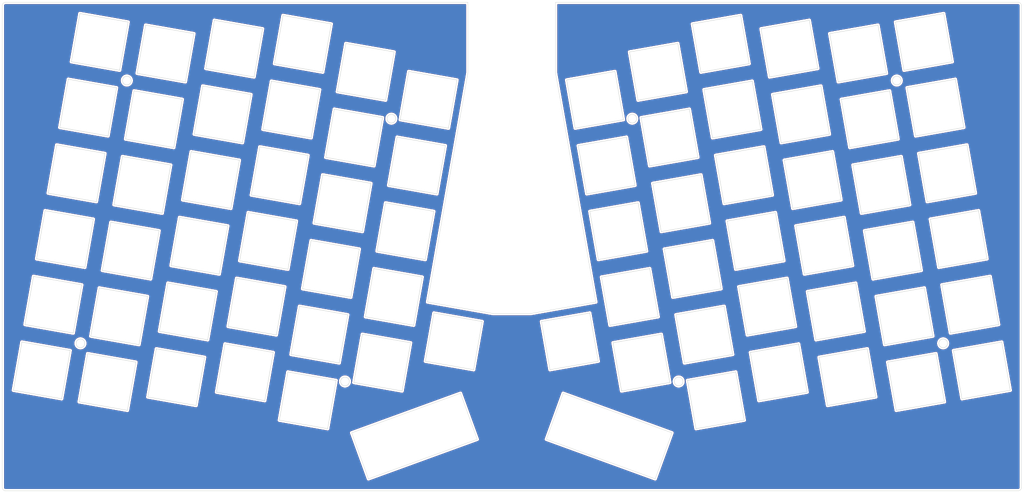
<source format=kicad_pcb>
(kicad_pcb (version 20211014) (generator pcbnew)
  (layers (0 "F.Cu" signal) (31 "B.Cu" signal) (34 "B.Paste" user) (35 "F.Paste" user) (36 "B.SilkS" user "B.Silkscreen") (37 "F.SilkS" user "F.Silkscreen") (38 "B.Mask" user) (39 "F.Mask" user) (44 "Edge.Cuts" user))
  (net 0 "")
  (footprint "Custom:SW_Hole" (layer "F.Cu") (at 84.149248 154.185634 -10)
    (fp_text reference "SW2" hide)
    (fp_text value "KEY_SWITCH" hide)
    (fp_line (start -7 7) (end 7 7) (layer "Edge.Cuts") (width 0.12))
    (fp_line (start 7 -7) (end -7 -7) (layer "Edge.Cuts") (width 0.12))
    (fp_line (start -7 -7) (end -7 7) (layer "Edge.Cuts") (width 0.12))
    (fp_line (start 7 7) (end 7 -7) (layer "Edge.Cuts") (width 0.12))
  )
  (footprint "Custom:SW_Hole" (layer "F.Cu") (at 201.674772 145.892739 -10)
    (fp_text reference "SW2" hide)
    (fp_text value "KEY_SWITCH" hide)
    (fp_line (start 7 -7) (end -7 -7) (layer "Edge.Cuts") (width 0.12))
    (fp_line (start 7 7) (end 7 -7) (layer "Edge.Cuts") (width 0.12))
    (fp_line (start -7 7) (end 7 7) (layer "Edge.Cuts") (width 0.12))
    (fp_line (start -7 -7) (end -7 7) (layer "Edge.Cuts") (width 0.12))
  )
  (footprint "Custom:M2 hole" (layer "F.Cu") (at 95.183542 146.459339)
    (fp_text reference "REF**" hide)
    (fp_text value "M2 hole")
    (fp_circle (center 0 0) (end 1.25 0) (layer "Edge.Cuts") (width 0.12) (fill none))
  )
  (footprint "Custom:SW_Hole" (layer "F.Cu") (at 152.009003 98.447571 -10)
    (fp_text reference "SW2" hide)
    (fp_text value "KEY_SWITCH" hide)
    (fp_line (start -7 7) (end 7 7) (layer "Edge.Cuts") (width 0.12))
    (fp_line (start 7 -7) (end -7 -7) (layer "Edge.Cuts") (width 0.12))
    (fp_line (start 7 7) (end 7 -7) (layer "Edge.Cuts") (width 0.12))
    (fp_line (start -7 -7) (end -7 7) (layer "Edge.Cuts") (width 0.12))
  )
  (footprint "Custom:SW_Hole" (layer "F.Cu") (at 320.319097 82.451281 10)
    (fp_text reference "SW2" hide)
    (fp_text value "KEY_SWITCH" hide)
    (fp_line (start 7 -7) (end -7 -7) (layer "Edge.Cuts") (width 0.12))
    (fp_line (start 7 7) (end 7 -7) (layer "Edge.Cuts") (width 0.12))
    (fp_line (start -7 7) (end 7 7) (layer "Edge.Cuts") (width 0.12))
    (fp_line (start -7 -7) (end -7 7) (layer "Edge.Cuts") (width 0.12))
  )
  (footprint "Custom:SW_Hole" (layer "F.Cu") (at 148.701006 117.208158 -10)
    (fp_text reference "SW2" hide)
    (fp_text value "KEY_SWITCH" hide)
    (fp_line (start 7 -7) (end -7 -7) (layer "Edge.Cuts") (width 0.12))
    (fp_line (start 7 7) (end 7 -7) (layer "Edge.Cuts") (width 0.12))
    (fp_line (start -7 -7) (end -7 7) (layer "Edge.Cuts") (width 0.12))
    (fp_line (start -7 7) (end 7 7) (layer "Edge.Cuts") (width 0.12))
  )
  (footprint "Custom:M2 hole" (layer "F.Cu") (at 170.639391 157.346257)
    (fp_text reference "REF**" hide)
    (fp_text value "M2 hole")
    (fp_circle (center 0 0) (end 1.25 0) (layer "Edge.Cuts") (width 0.12) (fill none))
  )
  (footprint "Custom:SW_Hole" (layer "F.Cu") (at 169.942592 106.445716 -10)
    (fp_text reference "SW2" hide)
    (fp_text value "KEY_SWITCH" hide)
    (fp_line (start -7 7) (end 7 7) (layer "Edge.Cuts") (width 0.12))
    (fp_line (start 7 -7) (end -7 -7) (layer "Edge.Cuts") (width 0.12))
    (fp_line (start -7 -7) (end -7 7) (layer "Edge.Cuts") (width 0.12))
    (fp_line (start 7 7) (end 7 -7) (layer "Edge.Cuts") (width 0.12))
  )
  (footprint "Custom:SW_Hole" (layer "F.Cu") (at 122.497424 156.111483 -10)
    (fp_text reference "SW2" hide)
    (fp_text value "KEY_SWITCH" hide)
    (fp_line (start -7 -7) (end -7 7) (layer "Edge.Cuts") (width 0.12))
    (fp_line (start -7 7) (end 7 7) (layer "Edge.Cuts") (width 0.12))
    (fp_line (start 7 7) (end 7 -7) (layer "Edge.Cuts") (width 0.12))
    (fp_line (start 7 -7) (end -7 -7) (layer "Edge.Cuts") (width 0.12))
  )
  (footprint "Custom:SW_Hole" (layer "F.Cu") (at 102.909837 157.493632 -10)
    (fp_text reference "SW2" hide)
    (fp_text value "KEY_SWITCH" hide)
    (fp_line (start 7 7) (end 7 -7) (layer "Edge.Cuts") (width 0.12))
    (fp_line (start 7 -7) (end -7 -7) (layer "Edge.Cuts") (width 0.12))
    (fp_line (start -7 -7) (end -7 7) (layer "Edge.Cuts") (width 0.12))
    (fp_line (start -7 7) (end 7 7) (layer "Edge.Cuts") (width 0.12))
  )
  (footprint "Custom:SW_Hole" (layer "F.Cu") (at 145.393009 135.968746 -10)
    (fp_text reference "SW2" hide)
    (fp_text value "KEY_SWITCH" hide)
    (fp_line (start -7 -7) (end -7 7) (layer "Edge.Cuts") (width 0.12))
    (fp_line (start 7 -7) (end -7 -7) (layer "Edge.Cuts") (width 0.12))
    (fp_line (start 7 7) (end 7 -7) (layer "Edge.Cuts") (width 0.12))
    (fp_line (start -7 7) (end 7 7) (layer "Edge.Cuts") (width 0.12))
  )
  (footprint "Custom:SW_Hole" (layer "F.Cu") (at 330.243092 138.733044 10)
    (fp_text reference "SW2" hide)
    (fp_text value "KEY_SWITCH" hide)
    (fp_line (start 7 7) (end 7 -7) (layer "Edge.Cuts") (width 0.12))
    (fp_line (start 7 -7) (end -7 -7) (layer "Edge.Cuts") (width 0.12))
    (fp_line (start -7 -7) (end -7 7) (layer "Edge.Cuts") (width 0.12))
    (fp_line (start -7 7) (end 7 7) (layer "Edge.Cuts") (width 0.12))
  )
  (footprint "Custom:M2 hole" (layer "F.Cu") (at 265.821534 157.346258)
    (fp_text reference "REF**" hide)
    (fp_text value "M2 hole")
    (fp_circle (center 0 0) (end 1.25 0) (layer "Edge.Cuts") (width 0.12) (fill none))
  )
  (footprint "Custom:SW_Hole" (layer "F.Cu") (at 155.317001 79.686983 -10)
    (fp_text reference "SW2" hide)
    (fp_text value "KEY_SWITCH" hide)
    (fp_line (start -7 7) (end 7 7) (layer "Edge.Cuts") (width 0.12))
    (fp_line (start -7 -7) (end -7 7) (layer "Edge.Cuts") (width 0.12))
    (fp_line (start 7 -7) (end -7 -7) (layer "Edge.Cuts") (width 0.12))
    (fp_line (start 7 7) (end 7 -7) (layer "Edge.Cuts") (width 0.12))
  )
  (footprint "Custom:SW_Hole" (layer "F.Cu") (at 173.25059 87.685127 -10)
    (fp_text reference "SW2" hide)
    (fp_text value "KEY_SWITCH" hide)
    (fp_line (start -7 7) (end 7 7) (layer "Edge.Cuts") (width 0.12))
    (fp_line (start -7 -7) (end -7 7) (layer "Edge.Cuts") (width 0.12))
    (fp_line (start 7 7) (end 7 -7) (layer "Edge.Cuts") (width 0.12))
    (fp_line (start 7 -7) (end -7 -7) (layer "Edge.Cuts") (width 0.12))
  )
  (footprint "Custom:SW_Hole" (layer "F.Cu") (at 245.276748 95.683272 10)
    (fp_text reference "SW2" hide)
    (fp_text value "KEY_SWITCH" hide)
    (fp_line (start 7 -7) (end -7 -7) (layer "Edge.Cuts") (width 0.12))
    (fp_line (start -7 7) (end 7 7) (layer "Edge.Cuts") (width 0.12))
    (fp_line (start 7 7) (end 7 -7) (layer "Edge.Cuts") (width 0.12))
    (fp_line (start -7 -7) (end -7 7) (layer "Edge.Cuts") (width 0.12))
  )
  (footprint "Custom:SW_Hole" (layer "F.Cu") (at 269.82633 125.206303 10)
    (fp_text reference "SW2" hide)
    (fp_text value "KEY_SWITCH" hide)
    (fp_line (start 7 -7) (end -7 -7) (layer "Edge.Cuts") (width 0.12))
    (fp_line (start -7 -7) (end -7 7) (layer "Edge.Cuts") (width 0.12))
    (fp_line (start -7 7) (end 7 7) (layer "Edge.Cuts") (width 0.12))
    (fp_line (start 7 7) (end 7 -7) (layer "Edge.Cuts") (width 0.12))
  )
  (footprint "Custom:SW_Hole" (layer "F.Cu") (at 333.551088 157.493632 10)
    (fp_text reference "SW2" hide)
    (fp_text value "KEY_SWITCH" hide)
    (fp_line (start 7 -7) (end -7 -7) (layer "Edge.Cuts") (width 0.12))
    (fp_line (start -7 7) (end 7 7) (layer "Edge.Cuts") (width 0.12))
    (fp_line (start 7 7) (end 7 -7) (layer "Edge.Cuts") (width 0.12))
    (fp_line (start -7 -7) (end -7 7) (layer "Edge.Cuts") (width 0.12))
  )
  (footprint "Custom:SW_Hole" (layer "F.Cu") (at 276.442327 162.727478 10)
    (fp_text reference "SW2" hide)
    (fp_text value "KEY_SWITCH" hide)
    (fp_line (start -7 -7) (end -7 7) (layer "Edge.Cuts") (width 0.12))
    (fp_line (start 7 7) (end 7 -7) (layer "Edge.Cuts") (width 0.12))
    (fp_line (start 7 -7) (end -7 -7) (layer "Edge.Cuts") (width 0.12))
    (fp_line (start -7 7) (end 7 7) (layer "Edge.Cuts") (width 0.12))
  )
  (footprint "Custom:SW_Hole" (layer "F.Cu") (at 307.347507 118.590307 10)
    (fp_text reference "SW2" hide)
    (fp_text value "KEY_SWITCH" hide)
    (fp_line (start 7 -7) (end -7 -7) (layer "Edge.Cuts") (width 0.12))
    (fp_line (start -7 7) (end 7 7) (layer "Edge.Cuts") (width 0.12))
    (fp_line (start 7 7) (end 7 -7) (layer "Edge.Cuts") (width 0.12))
    (fp_line (start -7 -7) (end -7 7) (layer "Edge.Cuts") (width 0.12))
  )
  (footprint "Custom:SW_Hole" (layer "F.Cu") (at 342.387684 97.903872 10)
    (fp_text reference "SW2" hide)
    (fp_text value "KEY_SWITCH" hide)
    (fp_line (start 7 -7) (end -7 -7) (layer "Edge.Cuts") (width 0.12))
    (fp_line (start -7 7) (end 7 7) (layer "Edge.Cuts") (width 0.12))
    (fp_line (start 7 7) (end 7 -7) (layer "Edge.Cuts") (width 0.12))
    (fp_line (start -7 -7) (end -7 7) (layer "Edge.Cuts") (width 0.12))
  )
  (footprint "Custom:SW_Hole" (layer "F.Cu") (at 349.003679 135.425046 10)
    (fp_text reference "SW2" hide)
    (fp_text value "KEY_SWITCH" hide)
    (fp_line (start 7 7) (end 7 -7) (layer "Edge.Cuts") (width 0.12))
    (fp_line (start -7 -7) (end -7 7) (layer "Edge.Cuts") (width 0.12))
    (fp_line (start -7 7) (end 7 7) (layer "Edge.Cuts") (width 0.12))
    (fp_line (start 7 -7) (end -7 -7) (layer "Edge.Cuts") (width 0.12))
  )
  (footprint "Custom:SW_Hole" (layer "F.Cu") (at 129.113419 118.590308 -10)
    (fp_text reference "SW2" hide)
    (fp_text value "KEY_SWITCH" hide)
    (fp_line (start 7 7) (end 7 -7) (layer "Edge.Cuts") (width 0.12))
    (fp_line (start 7 -7) (end -7 -7) (layer "Edge.Cuts") (width 0.12))
    (fp_line (start -7 7) (end 7 7) (layer "Edge.Cuts") (width 0.12))
    (fp_line (start -7 -7) (end -7 7) (layer "Edge.Cuts") (width 0.12))
  )
  (footprint "Custom:SW_Hole" (layer "F.Cu") (at 139.037413 62.308545 -10)
    (fp_text reference "SW2" hide)
    (fp_text value "KEY_SWITCH" hide)
    (fp_line (start 7 7) (end 7 -7) (layer "Edge.Cuts") (width 0.12))
    (fp_line (start 7 -7) (end -7 -7) (layer "Edge.Cuts") (width 0.12))
    (fp_line (start -7 -7) (end -7 7) (layer "Edge.Cuts") (width 0.12))
    (fp_line (start -7 7) (end 7 7) (layer "Edge.Cuts") (width 0.12))
  )
  (footprint "Custom:SW_Hole" (layer "F.Cu") (at 352.311677 154.185634 10)
    (fp_text reference "SW2" hide)
    (fp_text value "KEY_SWITCH" hide)
    (fp_line (start -7 7) (end 7 7) (layer "Edge.Cuts") (width 0.12))
    (fp_line (start 7 -7) (end -7 -7) (layer "Edge.Cuts") (width 0.12))
    (fp_line (start 7 7) (end 7 -7) (layer "Edge.Cuts") (width 0.12))
    (fp_line (start -7 -7) (end -7 7) (layer "Edge.Cuts") (width 0.12))
  )
  (footprint "Custom:SW_Hole" (layer "F.Cu") (at 259.902337 68.92454 10)
    (fp_text reference "SW2" hide)
    (fp_text value "KEY_SWITCH" hide)
    (fp_line (start -7 -7) (end -7 7) (layer "Edge.Cuts") (width 0.12))
    (fp_line (start 7 -7) (end -7 -7) (layer "Edge.Cuts") (width 0.12))
    (fp_line (start 7 7) (end 7 -7) (layer "Edge.Cuts") (width 0.12))
    (fp_line (start -7 7) (end 7 7) (layer "Edge.Cuts") (width 0.12))
  )
  (footprint "Custom:SW_Hole" (layer "F.Cu") (at 119.449825 63.690694 -10)
    (fp_text reference "SW2" hide)
    (fp_text value "KEY_SWITCH" hide)
    (fp_line (start 7 7) (end 7 -7) (layer "Edge.Cuts") (width 0.12))
    (fp_line (start 7 -7) (end -7 -7) (layer "Edge.Cuts") (width 0.12))
    (fp_line (start -7 7) (end 7 7) (layer "Edge.Cuts") (width 0.12))
    (fp_line (start -7 -7) (end -7 7) (layer "Edge.Cuts") (width 0.12))
  )
  (footprint "Custom:SW_Hole" (layer "F.Cu") (at 248.584745 114.443861 10)
    (fp_text reference "SW2" hide)
    (fp_text value "KEY_SWITCH" hide)
    (fp_line (start -7 -7) (end -7 7) (layer "Edge.Cuts") (width 0.12))
    (fp_line (start 7 7) (end 7 -7) (layer "Edge.Cuts") (width 0.12))
    (fp_line (start -7 7) (end 7 7) (layer "Edge.Cuts") (width 0.12))
    (fp_line (start 7 -7) (end -7 -7) (layer "Edge.Cuts") (width 0.12))
  )
  (footprint "Custom:SW_Hole" (layer "F.Cu") (at 297.423512 62.308544 10)
    (fp_text reference "SW2" hide)
    (fp_text value "KEY_SWITCH" hide)
    (fp_line (start -7 7) (end 7 7) (layer "Edge.Cuts") (width 0.12))
    (fp_line (start 7 -7) (end -7 -7) (layer "Edge.Cuts") (width 0.12))
    (fp_line (start -7 -7) (end -7 7) (layer "Edge.Cuts") (width 0.12))
    (fp_line (start 7 7) (end 7 -7) (layer "Edge.Cuts") (width 0.12))
  )
  (footprint "Custom:SW_Hole" (layer "F.Cu") (at 277.835926 60.926395 10)
    (fp_text reference "SW2" hide)
    (fp_text value "KEY_SWITCH" hide)
    (fp_line (start -7 7) (end 7 7) (layer "Edge.Cuts") (width 0.12))
    (fp_line (start 7 -7) (end -7 -7) (layer "Edge.Cuts") (width 0.12))
    (fp_line (start 7 7) (end 7 -7) (layer "Edge.Cuts") (width 0.12))
    (fp_line (start -7 -7) (end -7 7) (layer "Edge.Cuts") (width 0.12))
  )
  (footprint "Custom:M2 hole" (layer "F.Cu") (at 252.589543 82.303907)
    (fp_text reference "REF**" hide)
    (fp_text value "M2 hole")
    (fp_circle (center 0 0) (end 1.25 0) (layer "Edge.Cuts") (width 0.12) (fill none))
  )
  (footprint "Custom:SW_Hole" (layer "F.Cu") (at 310.655505 137.350896 10)
    (fp_text reference "SW2" hide)
    (fp_text value "KEY_SWITCH" hide)
    (fp_line (start 7 7) (end 7 -7) (layer "Edge.Cuts") (width 0.12))
    (fp_line (start 7 -7) (end -7 -7) (layer "Edge.Cuts") (width 0.12))
    (fp_line (start -7 7) (end 7 7) (layer "Edge.Cuts") (width 0.12))
    (fp_line (start -7 -7) (end -7 7) (layer "Edge.Cuts") (width 0.12))
  )
  (footprint "Custom:SW_Hole" (layer "F.Cu") (at 317.011101 63.690693 10)
    (fp_text reference "SW2" hide)
    (fp_text value "KEY_SWITCH" hide)
    (fp_line (start 7 -7) (end -7 -7) (layer "Edge.Cuts") (width 0.12))
    (fp_line (start -7 7) (end 7 7) (layer "Edge.Cuts") (width 0.12))
    (fp_line (start 7 7) (end 7 -7) (layer "Edge.Cuts") (width 0.12))
    (fp_line (start -7 -7) (end -7 7) (layer "Edge.Cuts") (width 0.12))
  )
  (footprint "Custom:SW_Hole" (layer "F.Cu") (at 335.771688 60.382695 10)
    (fp_text reference "SW2" hide)
    (fp_text value "KEY_SWITCH" hide)
    (fp_line (start -7 -7) (end -7 7) (layer "Edge.Cuts") (width 0.12))
    (fp_line (start 7 -7) (end -7 -7) (layer "Edge.Cuts") (width 0.12))
    (fp_line (start -7 7) (end 7 7) (layer "Edge.Cuts") (width 0.12))
    (fp_line (start 7 7) (end 7 -7) (layer "Edge.Cuts") (width 0.12))
  )
  (footprint "Custom:SW_Hole" (layer "F.Cu") (at 181.260185 151.965035 -10)
    (fp_text reference "SW2" hide)
    (fp_text value "KEY_SWITCH" hide)
    (fp_line (start 7 7) (end 7 -7) (layer "Edge.Cuts") (width 0.12))
    (fp_line (start 7 -7) (end -7 -7) (layer "Edge.Cuts") (width 0.12))
    (fp_line (start -7 7) (end 7 7) (layer "Edge.Cuts") (width 0.12))
    (fp_line (start -7 -7) (end -7 7) (layer "Edge.Cuts") (width 0.12))
  )
  (footprint "Custom:SW_Hole" (layer "F.Cu") (at 284.451922 98.44757 10)
    (fp_text reference "SW2" hide)
    (fp_text value "KEY_SWITCH" hide)
    (fp_line (start -7 7) (end 7 7) (layer "Edge.Cuts") (width 0.12))
    (fp_line (start -7 -7) (end -7 7) (layer "Edge.Cuts") (width 0.12))
    (fp_line (start 7 7) (end 7 -7) (layer "Edge.Cuts") (width 0.12))
    (fp_line (start 7 -7) (end -7 -7) (layer "Edge.Cuts") (width 0.12))
  )
  (footprint "Custom:SW_Hole" (layer "F.Cu") (at 234.786153 145.892739 10)
    (fp_text reference "SW2" hide)
    (fp_text value "KEY_SWITCH" hide)
    (fp_line (start 7 7) (end 7 -7) (layer "Edge.Cuts") (width 0.12))
    (fp_line (start -7 -7) (end -7 7) (layer "Edge.Cuts") (width 0.12))
    (fp_line (start 7 -7) (end -7 -7) (layer "Edge.Cuts") (width 0.12))
    (fp_line (start -7 7) (end 7 7) (layer "Edge.Cuts") (width 0.12))
  )
  (footprint "Custom:SW_Hole" (layer "F.Cu") (at 345.695682 116.66446 10)
    (fp_text reference "SW2" hide)
    (fp_text value "KEY_SWITCH" hide)
    (fp_line (start -7 7) (end 7 7) (layer "Edge.Cuts") (width 0.12))
    (fp_line (start -7 -7) (end -7 7) (layer "Edge.Cuts") (width 0.12))
    (fp_line (start 7 7) (end 7 -7) (layer "Edge.Cuts") (width 0.12))
    (fp_line (start 7 -7) (end -7 -7) (layer "Edge.Cuts") (width 0.12))
  )
  (footprint "Custom:SW_Hole" (layer "F.Cu") (at 87.457247 135.425047 -10)
    (fp_text reference "SW2" hide)
    (fp_text value "KEY_SWITCH" hide)
    (fp_line (start 7 -7) (end -7 -7) (layer "Edge.Cuts") (width 0.12))
    (fp_line (start 7 7) (end 7 -7) (layer "Edge.Cuts") (width 0.12))
    (fp_line (start -7 -7) (end -7 7) (layer "Edge.Cuts") (width 0.12))
    (fp_line (start -7 7) (end 7 7) (layer "Edge.Cuts") (width 0.12))
  )
  (footprint "Custom:SW_Hole" (layer "F.Cu") (at 90.765244 116.66446 -10)
    (fp_text reference "SW2" hide)
    (fp_text value "KEY_SWITCH" hide)
    (fp_line (start 7 -7) (end -7 -7) (layer "Edge.Cuts") (width 0.12))
    (fp_line (start -7 -7) (end -7 7) (layer "Edge.Cuts") (width 0.12))
    (fp_line (start -7 7) (end 7 7) (layer "Edge.Cuts") (width 0.12))
    (fp_line (start 7 7) (end 7 -7) (layer "Edge.Cuts") (width 0.12))
  )
  (footprint "Custom:SW_Hole" (layer "F.Cu") (at 142.08501 154.729335 -10)
    (fp_text reference "SW2" hide)
    (fp_text value "KEY_SWITCH" hide)
    (fp_line (start -7 7) (end 7 7) (layer "Edge.Cuts") (width 0.12))
    (fp_line (start 7 7) (end 7 -7) (layer "Edge.Cuts") (width 0.12))
    (fp_line (start -7 -7) (end -7 7) (layer "Edge.Cuts") (width 0.12))
    (fp_line (start 7 -7) (end -7 -7) (layer "Edge.Cuts") (width 0.12))
  )
  (footprint "Custom:SW_Hole" (layer "F.Cu") (at 97.38124 79.143284 -10)
    (fp_text reference "SW2" hide)
    (fp_text value "KEY_SWITCH" hide)
    (fp_line (start 7 7) (end 7 -7) (layer "Edge.Cuts") (width 0.12))
    (fp_line (start -7 -7) (end -7 7) (layer "Edge.Cuts") (width 0.12))
    (fp_line (start -7 7) (end 7 7) (layer "Edge.Cuts") (width 0.12))
    (fp_line (start 7 -7) (end -7 -7) (layer "Edge.Cuts") (width 0.12))
  )
  (footprint "Custom:SW_Hole" (layer "F.Cu") (at 158.624999 60.926395 -10)
    (fp_text reference "SW2" hide)
    (fp_text value "KEY_SWITCH" hide)
    (fp_line (start 7 7) (end 7 -7) (layer "Edge.Cuts") (width 0.12))
    (fp_line (start 7 -7) (end -7 -7) (layer "Edge.Cuts") (width 0.12))
    (fp_line (start -7 -7) (end -7 7) (layer "Edge.Cuts") (width 0.12))
    (fp_line (start -7 7) (end 7 7) (layer "Edge.Cuts") (width 0.12))
  )
  (footprint "Custom:SW_Hole" (layer "F.Cu") (at 323.627095 101.21187 10)
    (fp_text reference "SW2" hide)
    (fp_text value "KEY_SWITCH" hide)
    (fp_line (start -7 7) (end 7 7) (layer "Edge.Cuts") (width 0.12))
    (fp_line (start 7 -7) (end -7 -7) (layer "Edge.Cuts") (width 0.12))
    (fp_line (start 7 7) (end 7 -7) (layer "Edge.Cuts") (width 0.12))
    (fp_line (start -7 -7) (end -7 7) (layer "Edge.Cuts") (width 0.12))
  )
  (footprint "Custom:SW_Hole" (layer "F.Cu") (at 287.75992 117.208158 10)
    (fp_text reference "SW2" hide)
    (fp_text value "KEY_SWITCH" hide)
    (fp_line (start -7 -7) (end -7 7) (layer "Edge.Cuts") (width 0.12))
    (fp_line (start -7 7) (end 7 7) (layer "Edge.Cuts") (width 0.12))
    (fp_line (start 7 -7) (end -7 -7) (layer "Edge.Cuts") (width 0.12))
    (fp_line (start 7 7) (end 7 -7) (layer "Edge.Cuts") (width 0.12))
  )
  (footprint "Custom:SW_Hole" (layer "F.Cu") (at 304.039509 99.82972 10)
    (fp_text reference "SW2" hide)
    (fp_text value "KEY_SWITCH" hide)
    (fp_line (start 7 -7) (end -7 -7) (layer "Edge.Cuts") (width 0.12))
    (fp_line (start -7 -7) (end -7 7) (layer "Edge.Cuts") (width 0.12))
    (fp_line (start -7 7) (end 7 7) (layer "Edge.Cuts") (width 0.12))
    (fp_line (start 7 7) (end 7 -7) (layer "Edge.Cuts") (width 0.12))
  )
  (footprint "Custom:SW_Hole" (layer "F.Cu") (at 326.935094 119.972456 10)
    (fp_text reference "SW2" hide)
    (fp_text value "KEY_SWITCH" hide)
    (fp_line (start -7 7) (end 7 7) (layer "Edge.Cuts") (width 0.12))
    (fp_line (start -7 -7) (end -7 7) (layer "Edge.Cuts") (width 0.12))
    (fp_line (start 7 7) (end 7 -7) (layer "Edge.Cuts") (width 0.12))
    (fp_line (start 7 -7) (end -7 -7) (layer "Edge.Cuts") (width 0.12))
  )
  (footprint "Custom:SW_Hole" (layer "F.Cu") (at 116.141828 82.451282 -10)
    (fp_text reference "SW2" hide)
    (fp_text value "KEY_SWITCH" hide)
    (fp_line (start 7 -7) (end -7 -7) (layer "Edge.Cuts") (width 0.12))
    (fp_line (start 7 7) (end 7 -7) (layer "Edge.Cuts") (width 0.12))
    (fp_line (start -7 -7) (end -7 7) (layer "Edge.Cuts") (width 0.12))
    (fp_line (start -7 7) (end 7 7) (layer "Edge.Cuts") (width 0.12))
  )
  (footprint "Custom:SW_Hole" (layer "F.Cu") (at 125.80542 137.350895 -10)
    (fp_text reference "SW2" hide)
    (fp_text value "KEY_SWITCH" hide)
    (fp_line (start -7 -7) (end -7 7) (layer "Edge.Cuts") (width 0.12))
    (fp_line (start 7 -7) (end -7 -7) (layer "Edge.Cuts") (width 0.12))
    (fp_line (start 7 7) (end 7 -7) (layer "Edge.Cuts") (width 0.12))
    (fp_line (start -7 7) (end 7 7) (layer "Edge.Cuts") (width 0.12))
  )
  (footprint "Custom:SW_Hole" (layer "F.Cu") (at 109.525832 119.972457 -10)
    (fp_text reference "SW2" hide)
    (fp_text value "KEY_SWITCH" hide)
    (fp_line (start -7 -7) (end -7 7) (layer "Edge.Cuts") (width 0.12))
    (fp_line (start 7 -7) (end -7 -7) (layer "Edge.Cuts") (width 0.12))
    (fp_line (start -7 7) (end 7 7) (layer "Edge.Cuts") (width 0.12))
    (fp_line (start 7 7) (end 7 -7) (layer "Edge.Cuts") (width 0.12))
  )
  (footprint "Custom:SW_Hole" (layer "F.Cu") (at 313.963502 156.111484 10)
    (fp_text reference "SW2" hide)
    (fp_text value "KEY_SWITCH" hide)
    (fp_line (start -7 -7) (end -7 7) (layer "Edge.Cuts") (width 0.12))
    (fp_line (start 7 7) (end 7 -7) (layer "Edge.Cuts") (width 0.12))
    (fp_line (start 7 -7) (end -7 -7) (layer "Edge.Cuts") (width 0.12))
    (fp_line (start -7 7) (end 7 7) (layer "Edge.Cuts") (width 0.12))
  )
  (footprint "Custom:SW_Hole" (layer "F.Cu") (at 281.143924 79.686984 10)
    (fp_text reference "SW2" hide)
    (fp_text value "KEY_SWITCH" hide)
    (fp_line (start -7 7) (end 7 7) (layer "Edge.Cuts") (width 0.12))
    (fp_line (start 7 7) (end 7 -7) (layer "Edge.Cuts") (width 0.12))
    (fp_line (start -7 -7) (end -7 7) (layer "Edge.Cuts") (width 0.12))
    (fp_line (start 7 -7) (end -7 -7) (layer "Edge.Cuts") (width 0.12))
  )
  (footprint "Custom:SW_Hole" (layer "F.Cu") (at 191.184178 95.683272 -10)
    (fp_text reference "SW2" hide)
    (fp_text value "KEY_SWITCH" hide)
    (fp_line (start 7 7) (end 7 -7) (layer "Edge.Cuts") (width 0.12))
    (fp_line (start -7 7) (end 7 7) (layer "Edge.Cuts") (width 0.12))
    (fp_line (start 7 -7) (end -7 -7) (layer "Edge.Cuts") (width 0.12))
    (fp_line (start -7 -7) (end -7 7) (layer "Edge.Cuts") (width 0.12))
  )
  (footprint "Custom:SW_Hole" (layer "F.Cu") (at 184.568182 133.204449 -10)
    (fp_text reference "SW2" hide)
    (fp_text value "KEY_SWITCH" hide)
    (fp_line (start 7 7) (end 7 -7) (layer "Edge.Cuts") (width 0.12))
    (fp_line (start -7 -7) (end -7 7) (layer "Edge.Cuts") (width 0.12))
    (fp_line (start 7 -7) (end -7 -7) (layer "Edge.Cuts") (width 0.12))
    (fp_line (start -7 7) (end 7 7) (layer "Edge.Cuts") (width 0.12))
  )
  (footprint "Custom:SW_Hole" (layer "F.Cu") (at 132.421417 99.82972 -10)
    (fp_text reference "SW2" hide)
    (fp_text value "KEY_SWITCH" hide)
    (fp_line (start -7 7) (end 7 7) (layer "Edge.Cuts") (width 0.12))
    (fp_line (start 7 7) (end 7 -7) (layer "Edge.Cuts") (width 0.12))
    (fp_line (start 7 -7) (end -7 -7) (layer "Edge.Cuts") (width 0.12))
    (fp_line (start -7 -7) (end -7 7) (layer "Edge.Cuts") (width 0.12))
  )
  (footprint "Custom:SW_Hole" (layer "F.Cu") (at 241.96875 76.922684 10)
    (fp_text reference "SW2" hide)
    (fp_text value "KEY_SWITCH" hide)
    (fp_line (start -7 -7) (end -7 7) (layer "Edge.Cuts") (width 0.12))
    (fp_line (start 7 7) (end 7 -7) (layer "Edge.Cuts") (width 0.12))
    (fp_line (start 7 -7) (end -7 -7) (layer "Edge.Cuts") (width 0.12))
    (fp_line (start -7 7) (end 7 7) (layer "Edge.Cuts") (width 0.12))
  )
  (footprint "Custom:SW_Hole" (layer "F.Cu") (at 94.073242 97.903871 -10)
    (fp_text reference "SW2" hide)
    (fp_text value "KEY_SWITCH" hide)
    (fp_line (start -7 7) (end 7 7) (layer "Edge.Cuts") (width 0.12))
    (fp_line (start 7 -7) (end -7 -7) (layer "Edge.Cuts") (width 0.12))
    (fp_line (start 7 7) (end 7 -7) (layer "Edge.Cuts") (width 0.12))
    (fp_line (start -7 -7) (end -7 7) (layer "Edge.Cuts") (width 0.12))
  )
  (footprint "Custom:SW_Hole" (layer "F.Cu") (at 194.492176 76.922685 -10)
    (fp_text reference "SW2" hide)
    (fp_text value "KEY_SWITCH" hide)
    (fp_line (start -7 7) (end 7 7) (layer "Edge.Cuts") (width 0.12))
    (fp_line (start -7 -7) (end -7 7) (layer "Edge.Cuts") (width 0.12))
    (fp_line (start 7 7) (end 7 -7) (layer "Edge.Cuts") (width 0.12))
    (fp_line (start 7 -7) (end -7 -7) (layer "Edge.Cuts") (width 0.12))
  )
  (footprint "Custom:SW_Hole" (layer "F.Cu") (at 291.067916 135.968746 10)
    (fp_text reference "SW2" hide)
    (fp_text value "KEY_SWITCH" hide)
    (fp_line (start 7 7) (end 7 -7) (layer "Edge.Cuts") (width 0.12))
    (fp_line (start 7 -7) (end -7 -7) (layer "Edge.Cuts") (width 0.12))
    (fp_line (start -7 -7) (end -7 7) (layer "Edge.Cuts") (width 0.12))
    (fp_line (start -7 7) (end 7 7) (layer "Edge.Cuts") (width 0.12))
  )
  (footprint "Custom:SW_Hole" (layer "F.Cu") (at 112.83383 101.211869 -10)
    (fp_text reference "SW2" hide)
    (fp_text value "KEY_SWITCH" hide)
    (fp_line (start 7 -7) (end -7 -7) (layer "Edge.Cuts") (width 0.12))
    (fp_line (start -7 -7) (end -7 7) (layer "Edge.Cuts") (width 0.12))
    (fp_line (start 7 7) (end 7 -7) (layer "Edge.Cuts") (width 0.12))
    (fp_line (start -7 7) (end 7 7) (layer "Edge.Cuts") (width 0.12))
  )
  (footprint "Custom:SW_Hole" (layer "F.Cu") (at 300.731511 81.069133 10)
    (fp_text reference "SW2" hide)
    (fp_text value "KEY_SWITCH" hide)
    (fp_line (start 7 -7) (end -7 -7) (layer "Edge.Cuts") (width 0.12))
    (fp_line (start -7 7) (end 7 7) (layer "Edge.Cuts") (width 0.12))
    (fp_line (start -7 -7) (end -7 7) (layer "Edge.Cuts") (width 0.12))
    (fp_line (start 7 7) (end 7 -7) (layer "Edge.Cuts") (width 0.12))
  )
  (footprint "Custom:M2 hole" (layer "F.Cu") (at 341.277383 146.459339)
    (fp_text reference "REF**" hide)
    (fp_text value "M2 hole")
    (fp_circle (center 0 0) (end 1.25 0) (layer "Edge.Cuts") (width 0.12) (fill none))
  )
  (footprint "Custom:SW_Hole" (layer "F.Cu") (at 163.326596 143.966892 -10)
    (fp_text reference "SW2" hide)
    (fp_text value "KEY_SWITCH" hide)
    (fp_line (start -7 7) (end 7 7) (layer "Edge.Cuts") (width 0.12))
    (fp_line (start 7 7) (end 7 -7) (layer "Edge.Cuts") (width 0.12))
    (fp_line (start 7 -7) (end -7 -7) (layer "Edge.Cuts") (width 0.12))
    (fp_line (start -7 -7) (end -7 7) (layer "Edge.Cuts") (width 0.12))
  )
  (footprint "Custom:M2 hole" (layer "F.Cu") (at 183.871383 82.303906)
    (fp_text reference "REF**" hide)
    (fp_text value "M2 hole")
    (fp_circle (center 0 0) (end 1.25 0) (layer "Edge.Cuts") (width 0.12) (fill none))
  )
  (footprint "Custom:SW_Hole" (layer "F.Cu") (at 187.876181 114.44386 -10)
    (fp_text reference "SW2" hide)
    (fp_text value "KEY_SWITCH" hide)
    (fp_line (start 7 7) (end 7 -7) (layer "Edge.Cuts") (width 0.12))
    (fp_line (start -7 -7) (end -7 7) (layer "Edge.Cuts") (width 0.12))
    (fp_line (start 7 -7) (end -7 -7) (layer "Edge.Cuts") (width 0.12))
    (fp_line (start -7 7) (end 7 7) (layer "Edge.Cuts") (width 0.12))
  )
  (footprint "Custom:SW_Hole" (layer "F.Cu") (at 166.634595 125.206304 -10)
    (fp_text reference "SW2" hide)
    (fp_text value "KEY_SWITCH" hide)
    (fp_line (start -7 -7) (end -7 7) (layer "Edge.Cuts") (width 0.12))
    (fp_line (start 7 -7) (end -7 -7) (layer "Edge.Cuts") (width 0.12))
    (fp_line (start 7 7) (end 7 -7) (layer "Edge.Cuts") (width 0.12))
    (fp_line (start -7 7) (end 7 7) (layer "Edge.Cuts") (width 0.12))
  )
  (footprint "Custom:SW_Hole" (layer "F.Cu") (at 294.375914 154.729335 10)
    (fp_text reference "SW2" hide)
    (fp_text value "KEY_SWITCH" hide)
    (fp_line (start -7 7) (end 7 7) (layer "Edge.Cuts") (width 0.12))
    (fp_line (start -7 -7) (end -7 7) (layer "Edge.Cuts") (width 0.12))
    (fp_line (start 7 -7) (end -7 -7) (layer "Edge.Cuts") (width 0.12))
    (fp_line (start 7 7) (end 7 -7) (layer "Edge.Cuts") (width 0.12))
  )
  (footprint "Custom:SW_Hole" (layer "F.Cu") (at 160.018599 162.727478 -10)
    (fp_text reference "SW2" hide)
    (fp_text value "KEY_SWITCH" hide)
    (fp_line (start -7 7) (end 7 7) (layer "Edge.Cuts") (width 0.12))
    (fp_line (start -7 -7) (end -7 7) (layer "Edge.Cuts") (width 0.12))
    (fp_line (start 7 -7) (end -7 -7) (layer "Edge.Cuts") (width 0.12))
    (fp_line (start 7 7) (end 7 -7) (layer "Edge.Cuts") (width 0.12))
  )
  (footprint "Custom:SW_Hole" (layer "F.Cu") (at 176.558587 68.92454 -10)
    (fp_text reference "SW2" hide)
    (fp_text value "KEY_SWITCH" hide)
    (fp_line (start -7 7) (end 7 7) (layer "Edge.Cuts") (width 0.12))
    (fp_line (start -7 -7) (end -7 7) (layer "Edge.Cuts") (width 0.12))
    (fp_line (start 7 7) (end 7 -7) (layer "Edge.Cuts") (width 0.12))
    (fp_line (start 7 -7) (end -7 -7) (layer "Edge.Cuts") (width 0.12))
  )
  (footprint "Custom:SW_Hole" (layer "F.Cu") (at 135.729415 81.069132 -10)
    (fp_text reference "SW2" hide)
    (fp_text value "KEY_SWITCH" hide)
    (fp_line (start 7 -7) (end -7 -7) (layer "Edge.Cuts") (width 0.12))
    (fp_line (start 7 7) (end 7 -7) (layer "Edge.Cuts") (width 0.12))
    (fp_line (start -7 7) (end 7 7) (layer "Edge.Cuts") (width 0.12))
    (fp_line (start -7 -7) (end -7 7) (layer "Edge.Cuts") (width 0.12))
  )
  (footprint "Custom:SW_Hole" (layer "F.Cu") (at 266.518334 106.445715 10)
    (fp_text reference "SW2" hide)
    (fp_text value "KEY_SWITCH" hide)
    (fp_line (start 7 -7) (end -7 -7) (layer "Edge.Cuts") (width 0.12))
    (fp_line (start -7 -7) (end -7 7) (layer "Edge.Cuts") (width 0.12))
    (fp_line (start 7 7) (end 7 -7) (layer "Edge.Cuts") (width 0.12))
    (fp_line (start -7 7) (end 7 7) (layer "Edge.Cuts") (width 0.12))
  )
  (footprint "Custom:M2 hole" (layer "F.Cu") (at 108.415532 71.416988)
    (fp_text reference "REF**" hide)
    (fp_text value "M2 hole")
    (fp_circle (center 0 0) (end 1.25 0) (layer "Edge.Cuts") (width 0.12) (fill none))
  )
  (footprint "Custom:M2 hole" (layer "F.Cu") (at 328.045392 71.416988)
    (fp_text reference "REF**" hide)
    (fp_text value "M2 hole")
    (fp_circle (center 0 0) (end 1.25 0) (layer "Edge.Cuts") (width 0.12) (fill none))
  )
  (footprint "Custom:SW_Hole" (layer "F.Cu") (at 273.134328 143.966892 10)
    (fp_text reference "SW2" hide)
    (fp_text value "KEY_SWITCH" hide)
    (fp_line (start -7 -7) (end -7 7) (layer "Edge.Cuts") (width 0.12))
    (fp_line (start 7 -7) (end -7 -7) (layer "Edge.Cuts") (width 0.12))
    (fp_line (start 7 7) (end 7 -7) (layer "Edge.Cuts") (width 0.12))
    (fp_line (start -7 7) (end 7 7) (layer "Edge.Cuts") (width 0.12))
  )
  (footprint "Custom:SW_Hole" (layer "F.Cu") (at 255.200741 151.965035 10)
    (fp_text reference "SW2" hide)
    (fp_text value "KEY_SWITCH" hide)
    (fp_line (start -7 -7) (end -7 7) (layer "Edge.Cuts") (width 0.12))
    (fp_line (start 7 -7) (end -7 -7) (layer "Edge.Cuts") (width 0.12))
    (fp_line (start -7 7) (end 7 7) (layer "Edge.Cuts") (width 0.12))
    (fp_line (start 7 7) (end 7 -7) (layer "Edge.Cuts") (width 0.12))
  )
  (footprint "Custom:SW_Hole" (layer "F.Cu") (at 100.689239 60.382695 -10)
    (fp_text reference "SW2" hide)
    (fp_text value "KEY_SWITCH" hide)
    (fp_line (start 7 -7) (end -7 -7) (layer "Edge.Cuts") (width 0.12))
    (fp_line (start -7 7) (end 7 7) (layer "Edge.Cuts") (width 0.12))
    (fp_line (start -7 -7) (end -7 7) (layer "Edge.Cuts") (width 0.12))
    (fp_line (start 7 7) (end 7 -7) (layer "Edge.Cuts") (width 0.12))
  )
  (footprint "Custom:SW_Hole" (layer "F.Cu") (at 263.210336 87.685127 10)
    (fp_text reference "SW2" hide)
    (fp_text value "KEY_SWITCH" hide)
    (fp_line (start 7 -7) (end -7 -7) (layer "Edge.Cuts") (width 0.12))
    (fp_line (start -7 7) (end 7 7) (layer "Edge.Cuts") (width 0.12))
    (fp_line (start 7 7) (end 7 -7) (layer "Edge.Cuts") (width 0.12))
    (fp_line (start -7 -7) (end -7 7) (layer "Edge.Cuts") (width 0.12))
  )
  (footprint "Custom:SW_Hole" (layer "F.Cu") (at 339.079686 79.143283 10)
    (fp_text reference "SW2" hide)
    (fp_text value "KEY_SWITCH" hide)
    (fp_line (start -7 -7) (end -7 7) (layer "Edge.Cuts") (width 0.12))
    (fp_line (start 7 -7) (end -7 -7) (layer "Edge.Cuts") (width 0.12))
    (fp_line (start -7 7) (end 7 7) (layer "Edge.Cuts") (width 0.12))
    (fp_line (start 7 7) (end 7 -7) (layer "Edge.Cuts") (width 0.12))
  )
  (footprint "Custom:SW_Hole" (layer "F.Cu") (at 106.217834 138.733045 -10)
    (fp_text reference "SW2" hide)
    (fp_text value "KEY_SWITCH" hide)
    (fp_line (start 7 -7) (end -7 -7) (layer "Edge.Cuts") (width 0.12))
    (fp_line (start -7 -7) (end -7 7) (layer "Edge.Cuts") (width 0.12))
    (fp_line (start -7 7) (end 7 7) (layer "Edge.Cuts") (width 0.12))
    (fp_line (start 7 7) (end 7 -7) (layer "Edge.Cuts") (width 0.12))
  )
  (footprint "Custom:SW_Hole" (layer "F.Cu") (at 251.892742 133.204448 10)
    (fp_text reference "SW2" hide)
    (fp_text value "KEY_SWITCH" hide)
    (fp_line (start 7 -7) (end -7 -7) (layer "Edge.Cuts") (width 0.12))
    (fp_line (start 7 7) (end 7 -7) (layer "Edge.Cuts") (width 0.12))
    (fp_line (start -7 -7) (end -7 7) (layer "Edge.Cuts") (width 0.12))
    (fp_line (start -7 7) (end 7 7) (layer "Edge.Cuts") (width 0.12))
  )
  (gr_arc (start 363.576105 187.653896) (mid 363.313644 188.287541) (end 362.68 188.550001) (layer "Edge.Cuts") (width 0.1))
  (gr_line (start 177.324966 185.160687) (end 172.536684 172.004991) (layer "Edge.Cuts") (width 0.1))
  (gr_line (start 228.079118 173.85692) (end 232.867401 160.701225) (layer "Edge.Cuts") (width 0.1))
  (gr_line (start 242.217098 134.676388) (end 223.604232 137.963548) (layer "Edge.Cuts") (width 0.1))
  (gr_line (start 208.381807 173.856921) (end 177.324966 185.160687) (layer "Edge.Cuts") (width 0.1))
  (gr_line (start 172.536684 172.004991) (end 203.593525 160.701225) (layer "Edge.Cuts") (width 0.1))
  (gr_line (start 194.183965 134.664232) (end 212.895313 137.963548) (layer "Edge.Cuts") (width 0.1))
  (gr_line (start 72.893895 49.993895) (end 72.893895 187.653896) (layer "Edge.Cuts") (width 0.1))
  (gr_line (start 363.576105 187.653896) (end 363.576105 49.993895) (layer "Edge.Cuts") (width 0.1))
  (gr_line (start 242.217098 134.676388) (end 230.7 69.2) (layer "Edge.Cuts") (width 0.1))
  (gr_line (start 259.135958 185.160686) (end 228.079118 173.85692) (layer "Edge.Cuts") (width 0.1))
  (gr_line (start 263.924241 172.00499) (end 259.135958 185.160686) (layer "Edge.Cuts") (width 0.1))
  (gr_arc (start 72.893895 49.993895) (mid 73.156358 49.360254) (end 73.789999 49.09779) (layer "Edge.Cuts") (width 0.1))
  (gr_line (start 362.68 49.09779) (end 230.7 49.1) (layer "Edge.Cuts") (width 0.1))
  (gr_line (start 205.7 69.2) (end 205.7 49.1) (layer "Edge.Cuts") (width 0.1))
  (gr_line (start 232.867401 160.701225) (end 263.924241 172.00499) (layer "Edge.Cuts") (width 0.1))
  (gr_line (start 203.593525 160.701225) (end 208.381807 173.856921) (layer "Edge.Cuts") (width 0.1))
  (gr_arc (start 362.68 49.09779) (mid 363.313644 49.360253) (end 363.576105 49.993895) (layer "Edge.Cuts") (width 0.1))
  (gr_line (start 205.7 49.1) (end 73.789999 49.09779) (layer "Edge.Cuts") (width 0.1))
  (gr_line (start 73.79 188.550001) (end 362.68 188.550001) (layer "Edge.Cuts") (width 0.1))
  (gr_line (start 212.895313 137.963548) (end 223.604232 137.963548) (layer "Edge.Cuts") (width 0.1))
  (gr_line (start 230.7 69.2) (end 230.7 49.1) (layer "Edge.Cuts") (width 0.1))
  (gr_line (start 194.183965 134.664232) (end 205.7 69.2) (layer "Edge.Cuts") (width 0.1))
  (gr_arc (start 73.79 188.550001) (mid 73.156358 188.287538) (end 72.893895 187.653896) (layer "Edge.Cuts") (width 0.1))
  (zone (net 0) (net_name "") (layers F&B.Cu) (connect_pads (clearance 0.508)) (min_thickness 0.254) (fill yes (thermal_gap 0.508) (thermal_bridge_width 0.508))
    (polygon (pts (xy 364.33125 189.70625) (xy 72.23125 189.70625) (xy 72.23125 48.41875) (xy 364.33125 48.41875)))
  )
)
</source>
